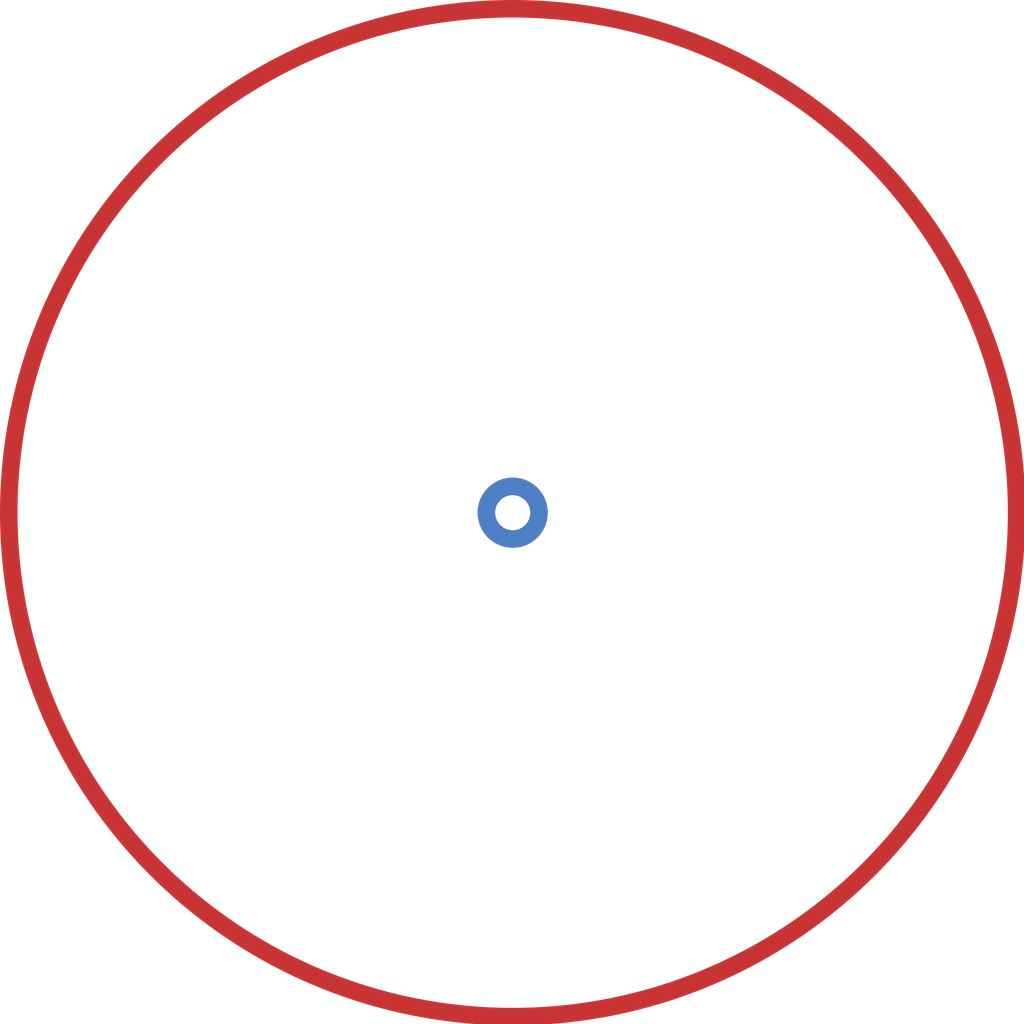
<source format=kicad_pcb>
(kicad_pcb
	(version 20240108)
	(generator "pcbnew")
	(generator_version "8.0")
	(general
		(thickness 1.6)
		(legacy_teardrops no)
	)
	(paper "A4")
	(layers
		(0 "F.Cu" signal)
		(31 "B.Cu" signal)
		(32 "B.Adhes" user "B.Adhesive")
		(33 "F.Adhes" user "F.Adhesive")
		(34 "B.Paste" user)
		(35 "F.Paste" user)
		(36 "B.SilkS" user "B.Silkscreen")
		(37 "F.SilkS" user "F.Silkscreen")
		(38 "B.Mask" user)
		(39 "F.Mask" user)
		(40 "Dwgs.User" user "User.Drawings")
		(41 "Cmts.User" user "User.Comments")
		(42 "Eco1.User" user "User.Eco1")
		(43 "Eco2.User" user "User.Eco2")
		(44 "Edge.Cuts" user)
		(45 "Margin" user)
		(46 "B.CrtYd" user "B.Courtyard")
		(47 "F.CrtYd" user "F.Courtyard")
		(48 "B.Fab" user)
		(49 "F.Fab" user)
		(50 "User.1" user)
		(51 "User.2" user)
		(52 "User.3" user)
		(53 "User.4" user)
		(54 "User.5" user)
		(55 "User.6" user)
		(56 "User.7" user)
		(57 "User.8" user)
		(58 "User.9" user)
	)
	(setup
		(pad_to_mask_clearance 0)
		(allow_soldermask_bridges_in_footprints no)
		(pcbplotparams
			(layerselection 0x0000000_7fffffff)
			(plot_on_all_layers_selection 0x0000000_00000000)
			(disableapertmacros no)
			(usegerberextensions no)
			(usegerberattributes yes)
			(usegerberadvancedattributes yes)
			(creategerberjobfile yes)
			(dashed_line_dash_ratio 12.000000)
			(dashed_line_gap_ratio 3.000000)
			(svgprecision 4)
			(plotframeref no)
			(viasonmask no)
			(mode 1)
			(useauxorigin no)
			(hpglpennumber 1)
			(hpglpenspeed 20)
			(hpglpendiameter 15.000000)
			(pdf_front_fp_property_popups yes)
			(pdf_back_fp_property_popups yes)
			(dxfpolygonmode yes)
			(dxfimperialunits yes)
			(dxfusepcbnewfont yes)
			(psnegative no)
			(psa4output no)
			(plotreference yes)
			(plotvalue yes)
			(plotfptext yes)
			(plotinvisibletext no)
			(sketchpadsonfab no)
			(subtractmaskfromsilk no)
			(outputformat 1)
			(mirror no)
			(drillshape 0)
			(scaleselection 1)
			(outputdirectory "")
		)
	)
	(net 0 "")
	(gr_circle
		(center 0 0)
		(end 0 5.75)
		(stroke
			(width 0.2)
			(type default)
		)
		(fill none)
		(layer "F.Cu")
		(uuid "16c8d202-b25f-4bf1-bf4d-cee1d65c5034")
	)
	(via
		(at 0 0)
		(size 0.8)
		(drill 0.4)
		(layers "F.Cu" "B.Cu")
		(net 0)
		(uuid "f8144308-41c4-4af2-83fe-64d7ac6268e7")
	)
)

</source>
